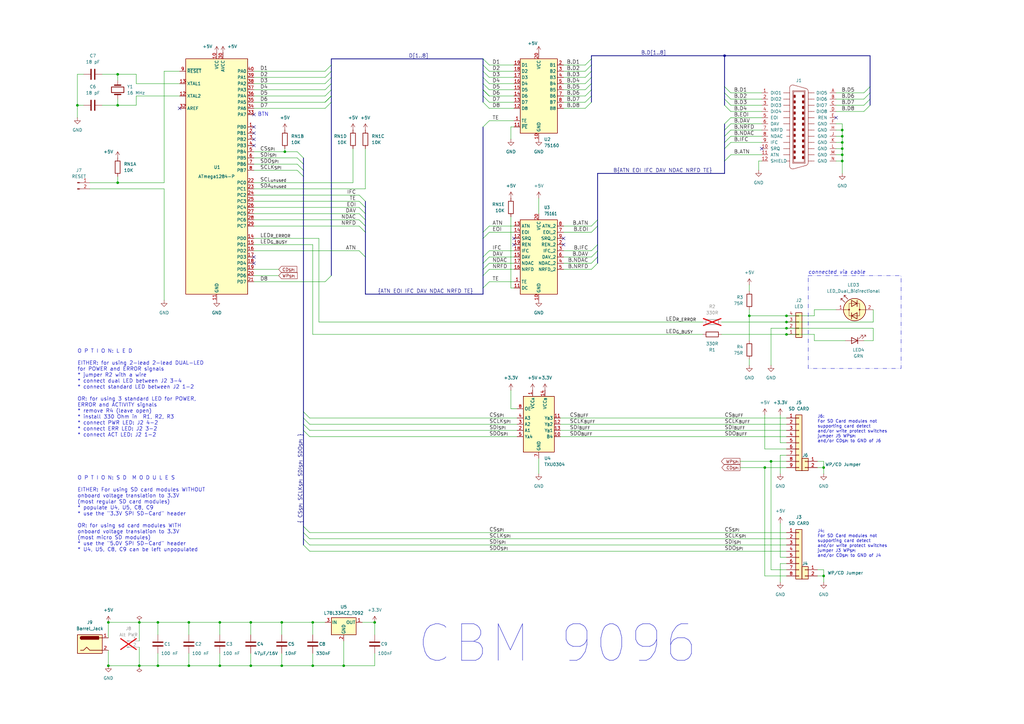
<source format=kicad_sch>
(kicad_sch (version 20250114) (generator "eeschema") (generator_version "9.0")
  (paper "A3")
  (title_block (title "CBM D9096") (date "2025-02-07") (rev "1.1.0") (comment 1 "based on work by Nils Eilers and Steve J. Gray") (comment 2 "creativecommons.org/licenses/by-sa/4.0/") (comment 3 "License: CC BY-SA 4.0") (comment 4 "Author: InsaneDruid"))
  (rectangle (start 331.47 113.03) (end 369.57 151.13) (stroke (width 0) (type dash_dot_dot)))
  (text "connected via cable" (at 331.47 111.76 0) (effects (font (size 1.524 1.524) (italic yes)) (justify left)))
  (text "J4:\nFor SD Card modules not\nsupporting card detect\nand/or write protect switches\njumper J3 WP_{SPI}\nand/or CD_{SPI} to GND of J4" (at 335.28 217.17 0) (effects (font (size 1.25 1.25)) (justify left top)))
  (text "J6:\nFor SD Card modules not\nsupporting card detect\nand/or write protect switches\njumper J5 WP_{SPI}\nand/or CD_{SPI} to GND of J6" (at 335.28 170.18 0) (effects (font (size 1.25 1.25)) (justify left top)))
  (text "O P T I O N: L E D\n\nEITHER: for using 2-lead 2-lead DUAL-LED\nfor POWER and ERROR signals\n* jumper R2 with a wire\n* connect dual LED between J2 3-4\n* connect standard LED between J2 1-2\n\nOR: for using 3 standard LED for POWER,\nERROR and ACTIVITY signals\n* remove R4 (leave open)\n* install 330 Ohm in  R1, R2, R3\n* connect PWR LED: J2 4-2 \n* connect ERR LED: J2 3-2\n* connect ACT LED: J2 1-2" (at 31.75 161.29 0) (effects (font (size 1.524 1.524)) (justify left)))
  (text "BTN" (at 107.95 46.99 0) (effects (font (size 1.524 1.524))))
  (text "O P T I O N: S D  M O D U L E S\n\nEITHER: For using SD card modules WITHOUT\nonboard voltage translation to 3.3V\n(most regular SD card modules)\n* populate U4, U5, C8, C9\n* use the \"3.3V SPI SD-Card\" header\n\nOR: for using sd card modules WITH\nonboard voltage translation to 3.3V\n(most micro SD modules)\n* use the \"5.0V SPI SD-Card\" header \n* U4, U5, C8, C9 can be left unpopulated" (at 31.75 210.82 0) (effects (font (size 1.524 1.524)) (justify left)))
  (text "CBM 9096" (at 228.6 264.16 0) (effects (font (size 15 15))))
  (junction (at 64.77 273.05))
  (junction (at 337.82 191.77))
  (junction (at 345.44 63.5))
  (junction (at 64.77 255.27))
  (junction (at 313.69 191.77))
  (junction (at 48.26 74.93))
  (junction (at 57.15 273.05))
  (junction (at 140.97 273.05))
  (junction (at 31.75 43.18))
  (junction (at 90.17 255.27))
  (junction (at 322.58 134.62))
  (junction (at 128.27 255.27))
  (junction (at 297.18 22.86))
  (junction (at 345.44 53.34))
  (junction (at 153.67 255.27))
  (junction (at 316.23 189.23))
  (junction (at 345.44 58.42))
  (junction (at 128.27 273.05))
  (junction (at 116.84 62.23))
  (junction (at 322.58 137.16))
  (junction (at 337.82 236.22))
  (junction (at 44.45 273.05))
  (junction (at 115.57 255.27))
  (junction (at 102.87 273.05))
  (junction (at 57.15 255.27))
  (junction (at 345.44 55.88))
  (junction (at 345.44 66.04))
  (junction (at 102.87 255.27))
  (junction (at 48.26 43.18))
  (junction (at 48.26 30.48))
  (junction (at 322.58 129.54))
  (junction (at 322.58 132.08))
  (junction (at 345.44 60.96))
  (junction (at 77.47 273.05))
  (junction (at 44.45 255.27))
  (junction (at 115.57 273.05))
  (junction (at 90.17 273.05))
  (junction (at 77.47 255.27))
  (junction (at 307.34 129.54))
  (no_connect (at 104.14 57.15))
  (no_connect (at 312.42 60.96))
  (no_connect (at 73.66 44.45))
  (no_connect (at 210.82 100.33))
  (no_connect (at 104.14 54.61))
  (no_connect (at 104.14 46.99))
  (no_connect (at 104.14 105.41))
  (no_connect (at 231.14 97.79))
  (no_connect (at 210.82 97.79))
  (no_connect (at 231.14 100.33))
  (no_connect (at 104.14 59.69))
  (no_connect (at 104.14 52.07))
  (no_connect (at 104.14 107.95))
  (no_connect (at 342.9 48.26))
  (bus_entry (at 124.46 171.45) (size 2.54 2.54))
  (bus_entry (at 198.12 95.25) (size 2.54 -2.54))
  (bus_entry (at 124.46 220.98) (size 2.54 2.54))
  (bus_entry (at 121.92 62.23) (size 2.54 2.54))
  (bus_entry (at 147.32 80.01) (size 2.54 2.54))
  (bus_entry (at 200.66 44.45) (size -2.54 -2.54))
  (bus_entry (at 198.12 107.95) (size 2.54 -2.54))
  (bus_entry (at 124.46 176.53) (size 2.54 2.54))
  (bus_entry (at 240.03 39.37) (size 2.54 -2.54))
  (bus_entry (at 198.12 105.41) (size 2.54 -2.54))
  (bus_entry (at 200.66 41.91) (size -2.54 -2.54))
  (bus_entry (at 133.35 39.37) (size 2.54 -2.54))
  (bus_entry (at 200.66 34.29) (size -2.54 -2.54))
  (bus_entry (at 240.03 36.83) (size 2.54 -2.54))
  (bus_entry (at 124.46 215.9) (size 2.54 2.54))
  (bus_entry (at 133.35 31.75) (size 2.54 -2.54))
  (bus_entry (at 240.03 29.21) (size 2.54 -2.54))
  (bus_entry (at 198.12 118.11) (size 2.54 -2.54))
  (bus_entry (at 297.18 66.04) (size 2.54 -2.54))
  (bus_entry (at 133.35 34.29) (size 2.54 -2.54))
  (bus_entry (at 133.35 41.91) (size 2.54 -2.54))
  (bus_entry (at 147.32 102.87) (size 2.54 2.54))
  (bus_entry (at 121.92 67.31) (size 2.54 2.54))
  (bus_entry (at 133.35 29.21) (size 2.54 -2.54))
  (bus_entry (at 200.66 26.67) (size -2.54 -2.54))
  (bus_entry (at 200.66 39.37) (size -2.54 -2.54))
  (bus_entry (at 297.18 38.1) (size 2.54 2.54))
  (bus_entry (at 198.12 97.79) (size 2.54 -2.54))
  (bus_entry (at 198.12 52.07) (size 2.54 -2.54))
  (bus_entry (at 242.57 110.49) (size 2.54 -2.54))
  (bus_entry (at 124.46 218.44) (size 2.54 2.54))
  (bus_entry (at 133.35 36.83) (size 2.54 -2.54))
  (bus_entry (at 240.03 34.29) (size 2.54 -2.54))
  (bus_entry (at 147.32 87.63) (size 2.54 2.54))
  (bus_entry (at 133.35 44.45) (size 2.54 -2.54))
  (bus_entry (at 297.18 43.18) (size 2.54 2.54))
  (bus_entry (at 297.18 53.34) (size 2.54 -2.54))
  (bus_entry (at 147.32 82.55) (size 2.54 2.54))
  (bus_entry (at 242.57 107.95) (size 2.54 -2.54))
  (bus_entry (at 240.03 31.75) (size 2.54 -2.54))
  (bus_entry (at 147.32 85.09) (size 2.54 2.54))
  (bus_entry (at 297.18 58.42) (size 2.54 -2.54))
  (bus_entry (at 147.32 90.17) (size 2.54 2.54))
  (bus_entry (at 121.92 64.77) (size 2.54 2.54))
  (bus_entry (at 297.18 40.64) (size 2.54 2.54))
  (bus_entry (at 124.46 223.52) (size 2.54 2.54))
  (bus_entry (at 354.33 43.18) (size 2.54 -2.54))
  (bus_entry (at 240.03 26.67) (size 2.54 -2.54))
  (bus_entry (at 198.12 113.03) (size 2.54 -2.54))
  (bus_entry (at 297.18 50.8) (size 2.54 -2.54))
  (bus_entry (at 242.57 102.87) (size 2.54 -2.54))
  (bus_entry (at 240.03 44.45) (size 2.54 -2.54))
  (bus_entry (at 297.18 35.56) (size 2.54 2.54))
  (bus_entry (at 121.92 69.85) (size 2.54 2.54))
  (bus_entry (at 200.66 36.83) (size -2.54 -2.54))
  (bus_entry (at 297.18 60.96) (size 2.54 -2.54))
  (bus_entry (at 200.66 31.75) (size -2.54 -2.54))
  (bus_entry (at 354.33 38.1) (size 2.54 -2.54))
  (bus_entry (at 242.57 92.71) (size 2.54 -2.54))
  (bus_entry (at 147.32 92.71) (size 2.54 2.54))
  (bus_entry (at 354.33 40.64) (size 2.54 -2.54))
  (bus_entry (at 242.57 95.25) (size 2.54 -2.54))
  (bus_entry (at 297.18 55.88) (size 2.54 -2.54))
  (bus_entry (at 133.35 41.91) (size 2.54 -2.54))
  (bus_entry (at 124.46 168.91) (size 2.54 2.54))
  (bus_entry (at 200.66 29.21) (size -2.54 -2.54))
  (bus_entry (at 133.35 115.57) (size 2.54 -2.54))
  (bus_entry (at 354.33 45.72) (size 2.54 -2.54))
  (bus_entry (at 124.46 173.99) (size 2.54 2.54))
  (bus_entry (at 240.03 41.91) (size 2.54 -2.54))
  (bus_entry (at 242.57 105.41) (size 2.54 -2.54))
  (bus_entry (at 200.66 39.37) (size -2.54 -2.54))
  (bus_entry (at 198.12 110.49) (size 2.54 -2.54))
  (wire (pts (xy 342.9 63.5) (xy 345.44 63.5)))
  (wire (pts (xy 104.14 41.91) (xy 133.35 41.91)))
  (wire (pts (xy 104.14 29.21) (xy 133.35 29.21)))
  (wire (pts (xy 128.27 137.16) (xy 288.29 137.16)))
  (wire (pts (xy 31.75 30.48) (xy 34.29 30.48)))
  (wire (pts (xy 316.23 134.62) (xy 316.23 149.86)))
  (bus (pts (xy 124.46 69.85) (xy 124.46 72.39)))
  (wire (pts (xy 313.69 236.22) (xy 322.58 236.22)))
  (wire (pts (xy 48.26 30.48) (xy 55.88 30.48)))
  (wire (pts (xy 358.14 134.62) (xy 358.14 139.7)))
  (bus (pts (xy 297.18 22.86) (xy 297.18 35.56)))
  (wire (pts (xy 77.47 273.05) (xy 90.17 273.05)))
  (bus (pts (xy 135.89 26.67) (xy 135.89 29.21)))
  (wire (pts (xy 104.14 74.93) (xy 144.78 74.93)))
  (wire (pts (xy 231.14 107.95) (xy 242.57 107.95)))
  (wire (pts (xy 342.9 58.42) (xy 345.44 58.42)))
  (bus (pts (xy 198.12 97.79) (xy 198.12 105.41)))
  (wire (pts (xy 104.14 92.71) (xy 147.32 92.71)))
  (wire (pts (xy 220.98 81.28) (xy 220.98 87.63)))
  (wire (pts (xy 67.31 74.93) (xy 67.31 29.21)))
  (wire (pts (xy 44.45 255.27) (xy 57.15 255.27)))
  (wire (pts (xy 104.14 80.01) (xy 147.32 80.01)))
  (wire (pts (xy 128.27 255.27) (xy 128.27 260.35)))
  (bus (pts (xy 149.86 90.17) (xy 149.86 92.71)))
  (wire (pts (xy 307.34 147.32) (xy 307.34 149.86)))
  (wire (pts (xy 313.69 170.18) (xy 313.69 184.15)))
  (wire (pts (xy 229.87 171.45) (xy 322.58 171.45)))
  (wire (pts (xy 104.14 36.83) (xy 133.35 36.83)))
  (wire (pts (xy 229.87 176.53) (xy 322.58 176.53)))
  (bus (pts (xy 198.12 26.67) (xy 198.12 29.21)))
  (bus (pts (xy 356.87 35.56) (xy 356.87 38.1)))
  (wire (pts (xy 200.66 110.49) (xy 210.82 110.49)))
  (bus (pts (xy 124.46 173.99) (xy 124.46 176.53)))
  (wire (pts (xy 104.14 62.23) (xy 116.84 62.23)))
  (wire (pts (xy 104.14 97.79) (xy 130.81 97.79)))
  (wire (pts (xy 104.14 77.47) (xy 149.86 77.47)))
  (wire (pts (xy 77.47 267.97) (xy 77.47 273.05)))
  (wire (pts (xy 90.17 273.05) (xy 102.87 273.05)))
  (bus (pts (xy 242.57 31.75) (xy 242.57 29.21)))
  (wire (pts (xy 299.72 38.1) (xy 312.42 38.1)))
  (wire (pts (xy 104.14 39.37) (xy 133.35 39.37)))
  (wire (pts (xy 307.34 116.84) (xy 307.34 119.38)))
  (wire (pts (xy 299.72 55.88) (xy 312.42 55.88)))
  (bus (pts (xy 297.18 66.04) (xy 297.18 71.12)))
  (wire (pts (xy 200.66 34.29) (xy 210.82 34.29)))
  (wire (pts (xy 115.57 255.27) (xy 128.27 255.27)))
  (wire (pts (xy 342.9 66.04) (xy 345.44 66.04)))
  (wire (pts (xy 115.57 255.27) (xy 115.57 260.35)))
  (wire (pts (xy 200.66 31.75) (xy 210.82 31.75)))
  (wire (pts (xy 303.53 189.23) (xy 316.23 189.23)))
  (wire (pts (xy 209.55 52.07) (xy 209.55 57.15)))
  (wire (pts (xy 104.14 115.57) (xy 133.35 115.57)))
  (wire (pts (xy 345.44 55.88) (xy 345.44 58.42)))
  (wire (pts (xy 342.9 50.8) (xy 345.44 50.8)))
  (wire (pts (xy 44.45 273.05) (xy 57.15 273.05)))
  (wire (pts (xy 48.26 30.48) (xy 48.26 33.02)))
  (wire (pts (xy 114.3 110.49) (xy 104.14 110.49)))
  (wire (pts (xy 102.87 255.27) (xy 102.87 260.35)))
  (wire (pts (xy 128.27 100.33) (xy 128.27 137.16)))
  (bus (pts (xy 135.89 41.91) (xy 135.89 113.03)))
  (wire (pts (xy 127 226.06) (xy 322.58 226.06)))
  (bus (pts (xy 198.12 31.75) (xy 198.12 34.29)))
  (wire (pts (xy 295.91 137.16) (xy 322.58 137.16)))
  (bus (pts (xy 198.12 29.21) (xy 198.12 31.75)))
  (wire (pts (xy 299.72 58.42) (xy 312.42 58.42)))
  (bus (pts (xy 135.89 34.29) (xy 135.89 36.83)))
  (bus (pts (xy 242.57 26.67) (xy 242.57 24.13)))
  (wire (pts (xy 64.77 255.27) (xy 64.77 260.35)))
  (bus (pts (xy 245.11 105.41) (xy 245.11 107.95)))
  (wire (pts (xy 231.14 105.41) (xy 242.57 105.41)))
  (bus (pts (xy 242.57 41.91) (xy 242.57 39.37)))
  (wire (pts (xy 104.14 85.09) (xy 147.32 85.09)))
  (bus (pts (xy 135.89 31.75) (xy 135.89 34.29)))
  (wire (pts (xy 345.44 50.8) (xy 345.44 53.34)))
  (wire (pts (xy 153.67 273.05) (xy 140.97 273.05)))
  (wire (pts (xy 322.58 181.61) (xy 320.04 181.61)))
  (wire (pts (xy 299.72 43.18) (xy 312.42 43.18)))
  (wire (pts (xy 307.34 139.7) (xy 307.34 129.54)))
  (wire (pts (xy 41.91 43.18) (xy 48.26 43.18)))
  (wire (pts (xy 200.66 41.91) (xy 210.82 41.91)))
  (wire (pts (xy 104.14 64.77) (xy 121.92 64.77)))
  (wire (pts (xy 67.31 77.47) (xy 36.83 77.47)))
  (wire (pts (xy 148.59 255.27) (xy 153.67 255.27)))
  (wire (pts (xy 90.17 255.27) (xy 102.87 255.27)))
  (wire (pts (xy 200.66 44.45) (xy 210.82 44.45)))
  (wire (pts (xy 337.82 233.68) (xy 337.82 236.22)))
  (wire (pts (xy 48.26 72.39) (xy 48.26 74.93)))
  (bus (pts (xy 297.18 38.1) (xy 297.18 40.64)))
  (wire (pts (xy 240.03 31.75) (xy 231.14 31.75)))
  (wire (pts (xy 127 176.53) (xy 212.09 176.53)))
  (wire (pts (xy 104.14 90.17) (xy 147.32 90.17)))
  (wire (pts (xy 55.88 34.29) (xy 73.66 34.29)))
  (wire (pts (xy 116.84 62.23) (xy 121.92 62.23)))
  (wire (pts (xy 307.34 129.54) (xy 307.34 127)))
  (bus (pts (xy 124.46 220.98) (xy 124.46 223.52)))
  (bus (pts (xy 198.12 34.29) (xy 198.12 36.83)))
  (wire (pts (xy 316.23 189.23) (xy 322.58 189.23)))
  (wire (pts (xy 240.03 39.37) (xy 231.14 39.37)))
  (bus (pts (xy 198.12 120.65) (xy 198.12 118.11)))
  (bus (pts (xy 149.86 85.09) (xy 149.86 82.55)))
  (wire (pts (xy 320.04 170.18) (xy 320.04 181.61)))
  (wire (pts (xy 128.27 267.97) (xy 128.27 273.05)))
  (wire (pts (xy 77.47 255.27) (xy 77.47 260.35)))
  (bus (pts (xy 124.46 67.31) (xy 124.46 69.85)))
  (bus (pts (xy 198.12 39.37) (xy 198.12 41.91)))
  (bus (pts (xy 242.57 34.29) (xy 242.57 31.75)))
  (wire (pts (xy 345.44 58.42) (xy 345.44 60.96)))
  (wire (pts (xy 345.44 60.96) (xy 345.44 63.5)))
  (wire (pts (xy 153.67 267.97) (xy 153.67 273.05)))
  (wire (pts (xy 311.15 66.04) (xy 311.15 69.85)))
  (wire (pts (xy 342.9 40.64) (xy 354.33 40.64)))
  (bus (pts (xy 135.89 29.21) (xy 135.89 31.75)))
  (wire (pts (xy 316.23 233.68) (xy 322.58 233.68)))
  (wire (pts (xy 104.14 87.63) (xy 147.32 87.63)))
  (wire (pts (xy 335.28 233.68) (xy 337.82 233.68)))
  (bus (pts (xy 297.18 55.88) (xy 297.18 58.42)))
  (wire (pts (xy 303.53 191.77) (xy 313.69 191.77)))
  (bus (pts (xy 198.12 110.49) (xy 198.12 113.03)))
  (bus (pts (xy 245.11 100.33) (xy 245.11 102.87)))
  (bus (pts (xy 135.89 24.13) (xy 135.89 26.67)))
  (wire (pts (xy 313.69 184.15) (xy 322.58 184.15)))
  (bus (pts (xy 245.11 90.17) (xy 245.11 92.71)))
  (bus (pts (xy 242.57 24.13) (xy 242.57 22.86)))
  (wire (pts (xy 48.26 74.93) (xy 36.83 74.93)))
  (wire (pts (xy 200.66 107.95) (xy 210.82 107.95)))
  (wire (pts (xy 102.87 255.27) (xy 115.57 255.27)))
  (wire (pts (xy 127 173.99) (xy 212.09 173.99)))
  (wire (pts (xy 200.66 26.67) (xy 210.82 26.67)))
  (bus (pts (xy 124.46 176.53) (xy 124.46 215.9)))
  (wire (pts (xy 31.75 30.48) (xy 31.75 43.18)))
  (wire (pts (xy 220.98 194.31) (xy 220.98 187.96)))
  (wire (pts (xy 127 179.07) (xy 212.09 179.07)))
  (wire (pts (xy 295.91 132.08) (xy 322.58 132.08)))
  (bus (pts (xy 124.46 72.39) (xy 124.46 168.91)))
  (wire (pts (xy 104.14 113.03) (xy 114.3 113.03)))
  (bus (pts (xy 297.18 58.42) (xy 297.18 60.96)))
  (bus (pts (xy 135.89 39.37) (xy 135.89 41.91)))
  (wire (pts (xy 31.75 43.18) (xy 34.29 43.18)))
  (wire (pts (xy 322.58 134.62) (xy 358.14 134.62)))
  (wire (pts (xy 334.01 127) (xy 334.01 129.54)))
  (wire (pts (xy 115.57 267.97) (xy 115.57 273.05)))
  (wire (pts (xy 240.03 34.29) (xy 231.14 34.29)))
  (wire (pts (xy 77.47 255.27) (xy 90.17 255.27)))
  (wire (pts (xy 31.75 43.18) (xy 31.75 48.26)))
  (wire (pts (xy 345.44 53.34) (xy 345.44 55.88)))
  (bus (pts (xy 198.12 107.95) (xy 198.12 105.41)))
  (wire (pts (xy 320.04 214.63) (xy 320.04 228.6)))
  (wire (pts (xy 67.31 29.21) (xy 73.66 29.21)))
  (wire (pts (xy 342.9 38.1) (xy 354.33 38.1)))
  (wire (pts (xy 299.72 48.26) (xy 312.42 48.26)))
  (wire (pts (xy 209.55 118.11) (xy 210.82 118.11)))
  (wire (pts (xy 313.69 191.77) (xy 322.58 191.77)))
  (bus (pts (xy 198.12 97.79) (xy 198.12 95.25)))
  (wire (pts (xy 200.66 95.25) (xy 210.82 95.25)))
  (wire (pts (xy 57.15 255.27) (xy 57.15 262.89)))
  (wire (pts (xy 358.14 139.7) (xy 354.33 139.7)))
  (wire (pts (xy 342.9 43.18) (xy 354.33 43.18)))
  (bus (pts (xy 297.18 22.86) (xy 356.87 22.86)))
  (wire (pts (xy 337.82 191.77) (xy 335.28 191.77)))
  (wire (pts (xy 55.88 43.18) (xy 55.88 39.37)))
  (wire (pts (xy 337.82 236.22) (xy 337.82 238.76)))
  (wire (pts (xy 342.9 45.72) (xy 354.33 45.72)))
  (wire (pts (xy 313.69 191.77) (xy 313.69 236.22)))
  (wire (pts (xy 140.97 273.05) (xy 128.27 273.05)))
  (wire (pts (xy 316.23 134.62) (xy 322.58 134.62)))
  (wire (pts (xy 209.55 160.02) (xy 209.55 167.64)))
  (wire (pts (xy 342.9 53.34) (xy 345.44 53.34)))
  (wire (pts (xy 229.87 179.07) (xy 322.58 179.07)))
  (wire (pts (xy 104.14 102.87) (xy 147.32 102.87)))
  (wire (pts (xy 44.45 261.62) (xy 44.45 255.27)))
  (wire (pts (xy 102.87 267.97) (xy 102.87 273.05)))
  (bus (pts (xy 245.11 92.71) (xy 245.11 100.33)))
  (wire (pts (xy 104.14 67.31) (xy 121.92 67.31)))
  (wire (pts (xy 320.04 238.76) (xy 320.04 231.14)))
  (wire (pts (xy 240.03 29.21) (xy 231.14 29.21)))
  (wire (pts (xy 345.44 66.04) (xy 345.44 71.12)))
  (bus (pts (xy 245.11 71.12) (xy 297.18 71.12)))
  (wire (pts (xy 337.82 189.23) (xy 337.82 191.77)))
  (wire (pts (xy 322.58 137.16) (xy 334.01 137.16)))
  (wire (pts (xy 320.04 186.69) (xy 322.58 186.69)))
  (bus (pts (xy 297.18 40.64) (xy 297.18 43.18)))
  (bus (pts (xy 297.18 35.56) (xy 297.18 38.1)))
  (wire (pts (xy 144.78 60.96) (xy 144.78 74.93)))
  (bus (pts (xy 198.12 36.83) (xy 198.12 39.37)))
  (wire (pts (xy 345.44 63.5) (xy 345.44 66.04)))
  (wire (pts (xy 57.15 265.43) (xy 57.15 273.05)))
  (wire (pts (xy 322.58 132.08) (xy 358.14 132.08)))
  (wire (pts (xy 200.66 29.21) (xy 210.82 29.21)))
  (bus (pts (xy 149.86 120.65) (xy 198.12 120.65)))
  (wire (pts (xy 240.03 41.91) (xy 231.14 41.91)))
  (wire (pts (xy 342.9 55.88) (xy 345.44 55.88)))
  (wire (pts (xy 334.01 139.7) (xy 346.71 139.7)))
  (wire (pts (xy 104.14 69.85) (xy 121.92 69.85)))
  (wire (pts (xy 127 220.98) (xy 322.58 220.98)))
  (wire (pts (xy 335.28 189.23) (xy 337.82 189.23)))
  (wire (pts (xy 104.14 44.45) (xy 133.35 44.45)))
  (wire (pts (xy 55.88 43.18) (xy 48.26 43.18)))
  (wire (pts (xy 358.14 132.08) (xy 358.14 127)))
  (wire (pts (xy 44.45 266.7) (xy 44.45 273.05)))
  (wire (pts (xy 64.77 267.97) (xy 64.77 273.05)))
  (wire (pts (xy 231.14 95.25) (xy 242.57 95.25)))
  (bus (pts (xy 242.57 29.21) (xy 242.57 26.67)))
  (wire (pts (xy 209.55 167.64) (xy 212.09 167.64)))
  (wire (pts (xy 128.27 273.05) (xy 115.57 273.05)))
  (wire (pts (xy 48.26 74.93) (xy 67.31 74.93)))
  (bus (pts (xy 245.11 90.17) (xy 245.11 71.12)))
  (wire (pts (xy 200.66 92.71) (xy 210.82 92.71)))
  (wire (pts (xy 320.04 194.31) (xy 320.04 186.69)))
  (wire (pts (xy 128.27 255.27) (xy 133.35 255.27)))
  (wire (pts (xy 104.14 82.55) (xy 147.32 82.55)))
  (wire (pts (xy 127 171.45) (xy 212.09 171.45)))
  (bus (pts (xy 245.11 102.87) (xy 245.11 105.41)))
  (wire (pts (xy 240.03 44.45) (xy 231.14 44.45)))
  (wire (pts (xy 209.55 52.07) (xy 210.82 52.07)))
  (wire (pts (xy 102.87 273.05) (xy 115.57 273.05)))
  (wire (pts (xy 334.01 127) (xy 342.9 127)))
  (bus (pts (xy 124.46 168.91) (xy 124.46 171.45)))
  (wire (pts (xy 57.15 255.27) (xy 64.77 255.27)))
  (wire (pts (xy 57.15 273.05) (xy 64.77 273.05)))
  (wire (pts (xy 90.17 255.27) (xy 90.17 260.35)))
  (wire (pts (xy 149.86 60.96) (xy 149.86 77.47)))
  (bus (pts (xy 242.57 22.86) (xy 297.18 22.86)))
  (wire (pts (xy 240.03 36.83) (xy 231.14 36.83)))
  (wire (pts (xy 116.84 60.96) (xy 116.84 62.23)))
  (wire (pts (xy 41.91 30.48) (xy 48.26 30.48)))
  (wire (pts (xy 299.72 40.64) (xy 312.42 40.64)))
  (wire (pts (xy 130.81 132.08) (xy 288.29 132.08)))
  (bus (pts (xy 198.12 118.11) (xy 198.12 113.03)))
  (bus (pts (xy 124.46 218.44) (xy 124.46 220.98)))
  (wire (pts (xy 311.15 66.04) (xy 312.42 66.04)))
  (bus (pts (xy 135.89 24.13) (xy 198.12 24.13)))
  (wire (pts (xy 200.66 115.57) (xy 210.82 115.57)))
  (wire (pts (xy 320.04 231.14) (xy 322.58 231.14)))
  (bus (pts (xy 124.46 215.9) (xy 124.46 218.44)))
  (wire (pts (xy 299.72 50.8) (xy 312.42 50.8)))
  (bus (pts (xy 149.86 95.25) (xy 149.86 105.41)))
  (wire (pts (xy 200.66 49.53) (xy 210.82 49.53)))
  (wire (pts (xy 229.87 173.99) (xy 322.58 173.99)))
  (bus (pts (xy 356.87 38.1) (xy 356.87 40.64)))
  (wire (pts (xy 320.04 228.6) (xy 322.58 228.6)))
  (wire (pts (xy 127 223.52) (xy 322.58 223.52)))
  (bus (pts (xy 297.18 60.96) (xy 297.18 66.04)))
  (wire (pts (xy 337.82 236.22) (xy 335.28 236.22)))
  (wire (pts (xy 322.58 129.54) (xy 334.01 129.54)))
  (bus (pts (xy 198.12 107.95) (xy 198.12 110.49)))
  (wire (pts (xy 342.9 60.96) (xy 345.44 60.96)))
  (wire (pts (xy 104.14 34.29) (xy 133.35 34.29)))
  (wire (pts (xy 231.14 102.87) (xy 242.57 102.87)))
  (wire (pts (xy 299.72 45.72) (xy 312.42 45.72)))
  (wire (pts (xy 104.14 31.75) (xy 133.35 31.75)))
  (bus (pts (xy 198.12 24.13) (xy 198.12 26.67)))
  (bus (pts (xy 297.18 53.34) (xy 297.18 55.88)))
  (wire (pts (xy 64.77 273.05) (xy 77.47 273.05)))
  (wire (pts (xy 67.31 123.19) (xy 67.31 77.47)))
  (bus (pts (xy 356.87 22.86) (xy 356.87 35.56)))
  (bus (pts (xy 149.86 92.71) (xy 149.86 95.25)))
  (wire (pts (xy 140.97 262.89) (xy 140.97 273.05)))
  (wire (pts (xy 200.66 102.87) (xy 210.82 102.87)))
  (wire (pts (xy 231.14 92.71) (xy 242.57 92.71)))
  (wire (pts (xy 209.55 118.11) (xy 209.55 88.9)))
  (wire (pts (xy 127 218.44) (xy 322.58 218.44)))
  (bus (pts (xy 242.57 39.37) (xy 242.57 36.83)))
  (wire (pts (xy 316.23 189.23) (xy 316.23 233.68)))
  (bus (pts (xy 198.12 52.07) (xy 198.12 95.25)))
  (wire (pts (xy 200.66 105.41) (xy 210.82 105.41)))
  (wire (pts (xy 104.14 100.33) (xy 128.27 100.33)))
  (wire (pts (xy 48.26 43.18) (xy 48.26 40.64)))
  (bus (pts (xy 135.89 36.83) (xy 135.89 39.37)))
  (wire (pts (xy 334.01 139.7) (xy 334.01 137.16)))
  (bus (pts (xy 297.18 50.8) (xy 297.18 53.34)))
  (bus (pts (xy 149.86 90.17) (xy 149.86 87.63)))
  (bus (pts (xy 149.86 105.41) (xy 149.86 120.65)))
  (wire (pts (xy 200.66 36.83) (xy 210.82 36.83)))
  (wire (pts (xy 64.77 255.27) (xy 77.47 255.27)))
  (wire (pts (xy 299.72 53.34) (xy 312.42 53.34)))
  (wire (pts (xy 55.88 39.37) (xy 73.66 39.37)))
  (bus (pts (xy 356.87 40.64) (xy 356.87 43.18)))
  (bus (pts (xy 242.57 36.83) (xy 242.57 34.29)))
  (wire (pts (xy 90.17 267.97) (xy 90.17 273.05)))
  (wire (pts (xy 231.14 110.49) (xy 242.57 110.49)))
  (wire (pts (xy 153.67 255.27) (xy 153.67 260.35)))
  (wire (pts (xy 337.82 191.77) (xy 337.82 194.31)))
  (wire (pts (xy 55.88 30.48) (xy 55.88 34.29)))
  (wire (pts (xy 240.03 26.67) (xy 231.14 26.67)))
  (wire (pts (xy 200.66 39.37) (xy 210.82 39.37)))
  (wire (pts (xy 307.34 129.54) (xy 322.58 129.54)))
  (wire (pts (xy 299.72 63.5) (xy 312.42 63.5)))
  (bus (pts (xy 124.46 171.45) (xy 124.46 173.99)))
  (bus (pts (xy 149.86 87.63) (xy 149.86 85.09)))
  (wire (pts (xy 130.81 132.08) (xy 130.81 97.79)))
  (bus (pts (xy 124.46 64.77) (xy 124.46 67.31)))
  (label "SDI_{BUFF}" (at 233.68 176.53 0) (effects (font (size 1.524 1.524))))
  (label "B.DAV" (at 241.3 105.41 180) (effects (font (size 1.524 1.524))))
  (label "D1" (at 106.68 29.21 0) (effects (font (size 1.524 1.524))))
  (label "NDAC" (at 146.05 90.17 180) (effects (font (size 1.524 1.524))))
  (label "D7" (at 201.93 41.91 0) (effects (font (size 1.524 1.524))))
  (label "TE" (at 146.05 82.55 180) (effects (font (size 1.524 1.524))))
  (label "B.D7" (at 232.41 41.91 0) (effects (font (size 1.524 1.524))))
  (label "TE" (at 201.93 49.53 0) (effects (font (size 1.524 1.524))))
  (label "B.D6" (at 232.41 39.37 0) (effects (font (size 1.524 1.524))))
  (label "D6" (at 106.68 41.91 0) (effects (font (size 1.524 1.524))))
  (label "B.NRFD" (at 300.99 53.34 0) (effects (font (size 1.524 1.524))))
  (label "D3" (at 106.68 34.29 0) (effects (font (size 1.524 1.524))))
  (label "B.NDAC" (at 241.3 107.95 180) (effects (font (size 1.524 1.524))))
  (label "CS_{BUFF}" (at 297.18 171.45 0) (effects (font (size 1.524 1.524))))
  (label "D7" (at 106.68 44.45 0) (effects (font (size 1.524 1.524))))
  (label "D8" (at 106.68 115.57 0) (effects (font (size 1.524 1.524))))
  (label "D2" (at 106.68 31.75 0) (effects (font (size 1.524 1.524))))
  (label "LED_{G_BUSY}" (at 106.68 100.33 0) (effects (font (size 1.524 1.524))))
  (label "D4" (at 106.68 36.83 0) (effects (font (size 1.524 1.524))))
  (label "SDA_{unused}" (at 106.68 77.47 0) (effects (font (size 1.524 1.524))))
  (label "D3" (at 201.93 31.75 0) (effects (font (size 1.524 1.524))))
  (label "SDO_{SPI}" (at 297.18 226.06 0) (effects (font (size 1.524 1.524))))
  (label "SDI_{SPI}" (at 200.66 176.53 0) (effects (font (size 1.524 1.524))))
  (label "B.IFC" (at 300.99 58.42 0) (effects (font (size 1.524 1.524))))
  (label "D[1..8]" (at 167.64 24.13 0) (effects (font (size 1.524 1.524))))
  (label "NRFD" (at 201.93 110.49 0) (effects (font (size 1.524 1.524))))
  (label "B.D8" (at 232.41 44.45 0) (effects (font (size 1.524 1.524))))
  (label "IFC" (at 146.05 80.01 180) (effects (font (size 1.524 1.524))))
  (label "TE" (at 201.93 115.57 0) (effects (font (size 1.524 1.524))))
  (label "DAV" (at 146.05 87.63 180) (effects (font (size 1.524 1.524))))
  (label "B.D1" (at 300.99 38.1 0) (effects (font (size 1.524 1.524))))
  (label "SDI_{BUFF}" (at 297.18 176.53 0) (effects (font (size 1.524 1.524))))
  (label "CS_{BUFF}" (at 233.68 171.45 0) (effects (font (size 1.524 1.524))))
  (label "B.D2" (at 232.41 29.21 0) (effects (font (size 1.524 1.524))))
  (label "D8" (at 201.93 44.45 0) (effects (font (size 1.524 1.524))))
  (label "{ CS_{SPI} SCLK_{SPI} SDI_{SPI} SDO_{SPI} }" (at 124.46 214.63 90) (effects (font (size 1.524 1.524))))
  (label "SCLK_{SPI}" (at 200.66 173.99 0) (effects (font (size 1.524 1.524))))
  (label "B.ATN" (at 300.99 63.5 0) (effects (font (size 1.524 1.524))))
  (label "SDI_{SPI}" (at 106.68 64.77 0) (effects (font (size 1.524 1.524))))
  (label "SDO_{SPI}" (at 200.66 179.07 0) (effects (font (size 1.524 1.524))))
  (label "SDO_{SPI}" (at 200.66 226.06 0) (effects (font (size 1.524 1.524))))
  (label "SDI_{SPI}" (at 200.66 223.52 0) (effects (font (size 1.524 1.524))))
  (label "LED_{G_BUSY}" (at 273.05 137.16 0) (effects (font (size 1.524 1.524))))
  (label "CS_{SPI}" (at 106.68 62.23 0) (effects (font (size 1.524 1.524))))
  (label "NDAC" (at 201.93 107.95 0) (effects (font (size 1.524 1.524))))
  (label "B.D4" (at 300.99 45.72 0) (effects (font (size 1.524 1.524))))
  (label "SCLK_{BUFF}" (at 233.68 173.99 0) (effects (font (size 1.524 1.524))))
  (label "B.EOI" (at 241.3 95.25 180) (effects (font (size 1.524 1.524))))
  (label "CS_{SPI}" (at 297.18 218.44 0) (effects (font (size 1.524 1.524))))
  (label "D5" (at 106.68 39.37 0) (effects (font (size 1.524 1.524))))
  (label "B.D8" (at 350.52 45.72 180) (effects (font (size 1.524 1.524))))
  (label "CS_{SPI}" (at 200.66 171.45 0) (effects (font (size 1.524 1.524))))
  (label "SDO_{SPI}" (at 106.68 67.31 0) (effects (font (size 1.524 1.524))))
  (label "B.NDAC" (at 300.99 55.88 0) (effects (font (size 1.524 1.524))))
  (label "B{ATN EOI IFC DAV NDAC NRFD TE}" (at 251.46 71.12 0) (effects (font (size 1.524 1.524))))
  (label "B.D5" (at 232.41 36.83 0) (effects (font (size 1.524 1.524))))
  (label "D4" (at 201.93 34.29 0) (effects (font (size 1.524 1.524))))
  (label "D6" (at 201.93 39.37 0) (effects (font (size 1.524 1.524))))
  (label "B.D6" (at 350.52 40.64 180) (effects (font (size 1.524 1.524))))
  (label "B.DAV" (at 300.99 50.8 0) (effects (font (size 1.524 1.524))))
  (label "{ATN EOI IFC DAV NDAC NRFD TE}" (at 154.94 120.65 0) (effects (font (size 1.524 1.524))))
  (label "SDO_{BUFF}" (at 233.68 179.07 0) (effects (font (size 1.524 1.524))))
  (label "EOI" (at 201.93 95.25 0) (effects (font (size 1.524 1.524))))
  (label "CS_{SPI}" (at 200.66 218.44 0) (effects (font (size 1.524 1.524))))
  (label "D1" (at 201.93 26.67 0) (effects (font (size 1.524 1.524))))
  (label "B.EOI" (at 300.99 48.26 0) (effects (font (size 1.524 1.524))))
  (label "IFC" (at 201.93 102.87 0) (effects (font (size 1.524 1.524))))
  (label "B.D4" (at 232.41 34.29 0) (effects (font (size 1.524 1.524))))
  (label "LED_{R_ERROR}" (at 273.05 132.08 0) (effects (font (size 1.524 1.524))))
  (label "B.D3" (at 300.99 43.18 0) (effects (font (size 1.524 1.524))))
  (label "SDI_{SPI}" (at 297.18 223.52 0) (effects (font (size 1.524 1.524))))
  (label "SCLK_{SPI}" (at 200.66 220.98 0) (effects (font (size 1.524 1.524))))
  (label "SCL_{unused}" (at 106.68 74.93 0) (effects (font (size 1.524 1.524))))
  (label "B.D3" (at 232.41 31.75 0) (effects (font (size 1.524 1.524))))
  (label "LED_{R_ERROR}" (at 106.68 97.79 0) (effects (font (size 1.524 1.524))))
  (label "B.D1" (at 232.41 26.67 0) (effects (font (size 1.524 1.524))))
  (label "B.D5" (at 350.52 38.1 180) (effects (font (size 1.524 1.524))))
  (label "ATN" (at 201.93 92.71 0) (effects (font (size 1.524 1.524))))
  (label "EOI" (at 146.05 85.09 180) (effects (font (size 1.524 1.524))))
  (label "D5" (at 201.93 36.83 0) (effects (font (size 1.524 1.524))))
  (label "B.IFC" (at 241.3 102.87 180) (effects (font (size 1.524 1.524))))
  (label "SCLK_{SPI}" (at 297.18 220.98 0) (effects (font (size 1.524 1.524))))
  (label "D2" (at 201.93 29.21 0) (effects (font (size 1.524 1.524))))
  (label "SCLK_{BUFF}" (at 297.18 173.99 0) (effects (font (size 1.524 1.524))))
  (label "B.D2" (at 300.99 40.64 0) (effects (font (size 1.524 1.524))))
  (label "B.D[1..8]" (at 262.89 22.86 0) (effects (font (size 1.524 1.524))))
  (label "B.D7" (at 350.52 43.18 180) (effects (font (size 1.524 1.524))))
  (label "SCLK_{SPI}" (at 106.68 69.85 0) (effects (font (size 1.524 1.524))))
  (label "NRFD" (at 146.05 92.71 180) (effects (font (size 1.524 1.524))))
  (label "B.NRFD" (at 241.3 110.49 180) (effects (font (size 1.524 1.524))))
  (label "DAV" (at 201.93 105.41 0) (effects (font (size 1.524 1.524))))
  (label "SDO_{BUFF}" (at 297.18 179.07 0) (effects (font (size 1.524 1.524))))
  (label "B.ATN" (at 241.3 92.71 180) (effects (font (size 1.524 1.524))))
  (label "ATN" (at 146.05 102.87 180) (effects (font (size 1.524 1.524))))
  (global_label "CD_{SPI}" (shape output) (at 303.53 191.77 180) (property "Intersheetrefs" "${INTERSHEET_REFS}" (effects (hide yes))))
  (global_label "CD_{SPI}" (shape input) (at 114.3 110.49 0) (property "Intersheetrefs" "${INTERSHEET_REFS}" (effects (hide yes))))
  (global_label "WP_{SPI}" (shape input) (at 114.3 113.03 0) (property "Intersheetrefs" "${INTERSHEET_REFS}" (effects (hide yes))))
  (global_label "WP_{SPI}" (shape output) (at 303.53 189.23 180) (property "Intersheetrefs" "${INTERSHEET_REFS}" (effects (hide yes))))
  (symbol (lib_id "Device:C") (at 77.47 264.16 180) (unit 1)
    (property "Reference" "C2" (at 80.01 264.16 0) (effects (justify right)))
    (property "Value" "100 nF" (at 78.74 267.97 0) (effects (justify right)))
    (property "Footprint" "Capacitor_THT:C_Disc_D3.8mm_W2.6mm_P2.50mm" (effects (hide yes)))
    (property "Description" "Unpolarized capacitor" (effects (hide yes)))
  )
  (symbol (lib_id "Device:C") (at 64.77 264.16 180) (unit 1)
    (property "Reference" "C1" (at 67.31 264.16 0) (effects (justify right)))
    (property "Value" "100 nF" (at 66.04 267.97 0) (effects (justify right)))
    (property "Footprint" "Capacitor_THT:C_Disc_D3.8mm_W2.6mm_P2.50mm" (effects (hide yes)))
    (property "Description" "Unpolarized capacitor" (effects (hide yes)))
  )
  (symbol (lib_id "Device:R") (at 307.34 143.51 0) (mirror x) (unit 1)
    (property "Reference" "R4" (at 304.8 142.2399 0) (effects (justify right)))
    (property "Value" "75R" (at 304.8 144.7799 0) (effects (justify right)))
    (property "Footprint" "cbm-d9096_lib_fp:R_Axial_DIN0207_L6.3mm_D2.5mm_P10.16mm_Horizontal" (effects (hide yes)))
    (property "Description" "Resistor" (effects (hide yes)))
  )
  (symbol (lib_id "Device:R") (at 292.1 137.16 90) (unit 1)
    (property "Reference" "R1" (at 292.1 143.51 90))
    (property "Value" "330R" (at 292.1 140.97 90))
    (property "Footprint" "cbm-d9096_lib_fp:R_Axial_DIN0207_L6.3mm_D2.5mm_P10.16mm_Horizontal" (effects (hide yes)))
    (property "Description" "Resistor" (effects (hide yes)))
  )
  (symbol (lib_id "Device:C") (at 102.87 264.16 0) (unit 1)
    (property "Reference" "C4" (at 105.41 264.16 0) (effects (justify left)))
    (property "Value" "47µF/16V" (at 104.14 267.97 0) (effects (justify left)))
    (property "Footprint" "Capacitor_THT:CP_Radial_D6.3mm_P2.50mm" (effects (hide yes)))
    (property "Description" "Unpolarized capacitor" (effects (hide yes)))
  )
  (symbol (lib_id "Device:R") (at 307.34 123.19 0) (mirror x) (unit 1)
    (property "Reference" "R3" (at 304.8 121.9199 0) (effects (justify right)))
    (property "Value" "75R" (at 304.8 124.4599 0) (effects (justify right)))
    (property "Footprint" "cbm-d9096_lib_fp:R_Axial_DIN0207_L6.3mm_D2.5mm_P10.16mm_Horizontal" (effects (hide yes)))
    (property "Description" "Resistor" (effects (hide yes)))
  )
  (symbol (lib_id "Connector_Generic:Conn_01x09") (at 327.66 181.61 0) (unit 1)
    (property "Reference" "J5" (at 327.66 165.1 0))
    (property "Value" "SD CARD" (at 327.66 167.64 0))
    (property "Footprint" "Connector_PinHeader_2.54mm:PinHeader_1x09_P2.54mm_Vertical" (effects (hide yes)))
    (property "Description" "Generic connector, single row, 01x09, script generated (kicad-library-utils/schlib/autogen/connector/)" (effects (hide yes)))
  )
  (symbol (lib_id "cbm-d9096_lib_sch:Conn_02x12_Top_Bottom_PET") (at 327.66 52.07 0) (unit 1)
    (property "Reference" "J1" (at 327.66 33.02 0))
    (property "Value" "IEEE488 Header" (effects (hide yes)))
    (property "Footprint" "cbm-d9096_lib_fp:centronix-24-female" (effects (hide yes)))
    (property "Description" "Generic connector, double row, 02x12, top/bottom pin numbering scheme (row 1: 1...pins_per_row, row2: pins_per_row+1 ... num_pins), script generated (kicad-library-utils/schlib/autogen/connector/)" (effects (hide yes)))
  )
  (symbol (lib_id "MCU_Microchip_ATmega:ATmega1284-P") (at 88.9 72.39 0) (unit 1)
    (property "Reference" "U1" (at 87.63 68.58 0) (effects (justify left)))
    (property "Value" "ATmega1284-P" (at 81.28 72.39 0) (effects (justify left)))
    (property "Footprint" "Package_DIP:DIP-40_W15.24mm_Socket" (effects (hide yes)))
    (property "Datasheet" "http://ww1.microchip.com/downloads/en/DeviceDoc/Atmel-8272-8-bit-AVR-microcontroller-ATmega164A_PA-324A_PA-644A_PA-1284_P_datasheet.pdf" (effects (hide yes)))
    (property "Description" "20MHz, 128kB Flash, 16kB SRAM, 4kB EEPROM, JTAG, DIP-40" (effects (hide yes)))
  )
  (symbol (lib_id "Device:Crystal") (at 48.26 36.83 90) (mirror x) (unit 1)
    (property "Reference" "Y1" (at 52.07 35.5599 90) (effects (justify right)))
    (property "Value" "16 MHz" (at 52.07 38.0999 90) (effects (justify right)))
    (property "Footprint" "Crystal:Crystal_HC49-4H_Vertical" (effects (hide yes)))
    (property "Description" "Two pin crystal" (effects (hide yes)))
  )
  (symbol (lib_id "Device:C") (at 128.27 264.16 0) (unit 1)
    (property "Reference" "C8" (at 130.81 264.16 0) (effects (justify left)))
    (property "Value" "330nF" (at 129.54 267.97 0) (effects (justify left)))
    (property "Footprint" "Capacitor_THT:C_Disc_D3.8mm_W2.6mm_P2.50mm" (effects (hide yes)))
    (property "Description" "Unpolarized capacitor" (effects (hide yes)))
  )
  (symbol (lib_id "power:GND") (at 88.9 123.19 0) (unit 1)
    (property "Reference" "#PWR026" (effects (hide yes)))
    (property "Value" "GND" (at 88.9 128.27 0))
    (property "Description" "Power symbol creates a global label with name \"GND\" , ground" (effects (hide yes)))
  )
  (symbol (lib_id "Interface:SN75160BN") (at 220.98 39.37 0) (unit 1)
    (property "Reference" "U2" (at 223.1233 57.15 0) (effects (justify left)))
    (property "Value" "75160" (at 223.1233 59.69 0) (effects (justify left)))
    (property "Footprint" "Package_DIP:DIP-20_W7.62mm_Socket" (effects (hide yes)))
    (property "Datasheet" "http://www.ti.com/lit/ds/symlink/sn75160b.pdf" (effects (hide yes)))
    (property "Description" "Octal general-purpose interface bus transceiver, DIP-20" (effects (hide yes)))
  )
  (symbol (lib_id "power:GND") (at 220.98 194.31 0) (unit 1)
    (property "Reference" "#PWR011" (effects (hide yes)))
    (property "Value" "GND" (at 220.98 199.39 0))
    (property "Description" "Power symbol creates a global label with name \"GND\" , ground" (effects (hide yes)))
  )
  (symbol (lib_id "power:+5V") (at 88.9 21.59 0) (unit 1)
    (property "Reference" "#PWR034" (effects (hide yes)))
    (property "Value" "+5V" (at 85.09 19.05 0))
    (property "Description" "Power symbol creates a global label with name \"+5V\"" (effects (hide yes)))
  )
  (symbol (lib_id "Device:R") (at 292.1 132.08 90) (mirror x) (unit 1) (in_bom no) (dnp yes)
    (property "Reference" "R2" (at 292.1 125.73 90))
    (property "Value" "330R" (at 292.1 128.27 90))
    (property "Footprint" "cbm-d9096_lib_fp:R_Axial_DIN0207_L6.3mm_D2.5mm_P10.16mm_Horizontal" (effects (hide yes)))
    (property "Description" "Resistor" (effects (hide yes)))
  )
  (symbol (lib_id "Connector:Conn_01x02_Pin") (at 31.75 74.93 0) (unit 1)
    (property "Reference" "J7" (at 32.385 69.85 0))
    (property "Value" "RESET" (at 32.385 72.39 0))
    (property "Footprint" "Connector_PinHeader_2.54mm:PinHeader_1x02_P2.54mm_Vertical" (effects (hide yes)))
    (property "Description" "Generic connector, single row, 01x02, script generated" (effects (hide yes)))
  )
  (symbol (lib_id "power:GND") (at 345.44 71.12 0) (unit 1)
    (property "Reference" "#PWR015" (effects (hide yes)))
    (property "Value" "GND" (at 345.44 76.2 0))
    (property "Description" "Power symbol creates a global label with name \"GND\" , ground" (effects (hide yes)))
  )
  (symbol (lib_id "power:PWR_FLAG") (at 57.15 273.05 180) (unit 1)
    (property "Reference" "#FLG02" (effects (hide yes)))
    (property "Value" "PWR_FLAG" (effects (hide yes)))
    (property "Description" "Special symbol for telling ERC where power comes from" (effects (hide yes)))
  )
  (symbol (lib_id "power:+5V") (at 220.98 21.59 0) (unit 1)
    (property "Reference" "#PWR05" (effects (hide yes)))
    (property "Value" "+5V" (at 218.44 17.78 0))
    (property "Description" "Power symbol creates a global label with name \"+5V\"" (effects (hide yes)))
  )
  (symbol (lib_id "power:+5V") (at 91.44 21.59 0) (unit 1)
    (property "Reference" "#PWR035" (effects (hide yes)))
    (property "Value" "+5V" (at 95.25 19.05 0))
    (property "Description" "Power symbol creates a global label with name \"+5V\"" (effects (hide yes)))
  )
  (symbol (lib_id "Device:C") (at 38.1 43.18 90) (mirror x) (unit 1)
    (property "Reference" "C6" (at 38.1 35.56 90))
    (property "Value" "18 pF" (at 38.1 38.1 90))
    (property "Footprint" "Capacitor_THT:C_Disc_D3.8mm_W2.6mm_P2.50mm" (effects (hide yes)))
    (property "Description" "Unpolarized capacitor" (effects (hide yes)))
  )
  (symbol (lib_id "power:+5V") (at 44.45 255.27 0) (unit 1)
    (property "Reference" "#PWR01" (effects (hide yes)))
    (property "Value" "+5V" (at 44.45 250.19 0))
    (property "Description" "Power symbol creates a global label with name \"+5V\"" (effects (hide yes)))
  )
  (symbol (lib_id "power:+3.3V") (at 223.52 160.02 0) (unit 1)
    (property "Reference" "#PWR019" (effects (hide yes)))
    (property "Value" "+3.3V" (at 223.52 154.94 0))
    (property "Description" "Power symbol creates a global label with name \"+3.3V\"" (effects (hide yes)))
  )
  (symbol (lib_id "power:+3.3V") (at 209.55 160.02 0) (unit 1)
    (property "Reference" "#PWR012" (effects (hide yes)))
    (property "Value" "+3.3V" (at 209.55 154.94 0))
    (property "Description" "Power symbol creates a global label with name \"+3.3V\"" (effects (hide yes)))
  )
  (symbol (lib_id "power:+5V") (at 116.84 53.34 0) (unit 1)
    (property "Reference" "#PWR036" (effects (hide yes)))
    (property "Value" "+5V" (at 116.84 48.26 0))
    (property "Description" "Power symbol creates a global label with name \"+5V\"" (effects (hide yes)))
  )
  (symbol (lib_name "R_Network05_Split_4") (lib_id "Device:R_Network05_Split") (at 48.26 68.58 0) (unit 1)
    (property "Reference" "RN1" (at 50.8 67.3099 0) (effects (justify left)))
    (property "Value" "10K" (at 50.8 69.8499 0) (effects (justify left)))
    (property "Footprint" "Resistor_THT:R_Array_SIP6" (effects (hide yes)))
    (property "Datasheet" "http://www.vishay.com/docs/31509/csc.pdf" (effects (hide yes)))
    (property "Description" "5 resistor network, star topology, bussed resistors, split" (effects (hide yes)))
  )
  (symbol (lib_id "power:+5V") (at 313.69 170.18 0) (unit 1)
    (property "Reference" "#PWR018" (effects (hide yes)))
    (property "Value" "+5V" (at 313.69 165.1 0))
    (property "Description" "Power symbol creates a global label with name \"+5V\"" (effects (hide yes)))
  )
  (symbol (lib_id "Device:C") (at 115.57 264.16 0) (unit 1)
    (property "Reference" "C5" (at 118.11 264.16 0) (effects (justify left)))
    (property "Value" "10nF" (at 116.84 267.97 0) (effects (justify left)))
    (property "Footprint" "Capacitor_THT:C_Disc_D3.8mm_W2.6mm_P2.50mm" (effects (hide yes)))
    (property "Description" "Unpolarized capacitor" (effects (hide yes)))
  )
  (symbol (lib_id "power:+5V") (at 218.44 160.02 0) (unit 1)
    (property "Reference" "#PWR017" (effects (hide yes)))
    (property "Value" "+5V" (at 218.44 154.94 0))
    (property "Description" "Power symbol creates a global label with name \"+5V\"" (effects (hide yes)))
  )
  (symbol (lib_id "power:+3.3V") (at 153.67 255.27 0) (unit 1)
    (property "Reference" "#PWR020" (effects (hide yes)))
    (property "Value" "+3.3V" (at 153.67 250.19 0))
    (property "Description" "Power symbol creates a global label with name \"+3.3V\"" (effects (hide yes)))
  )
  (symbol (lib_id "power:GND") (at 320.04 238.76 0) (unit 1)
    (property "Reference" "#PWR024" (effects (hide yes)))
    (property "Value" "GND" (at 320.04 243.84 0))
    (property "Description" "Power symbol creates a global label with name \"GND\" , ground" (effects (hide yes)))
  )
  (symbol (lib_id "Connector_Generic:Conn_01x02") (at 330.2 189.23 0) (mirror y) (unit 1)
    (property "Reference" "J6" (at 331.47 186.69 0) (effects (justify left)))
    (property "Value" "WP/CD Jumper" (at 353.06 190.5 0) (effects (justify left)))
    (property "Footprint" "cbm-d9096_lib_fp:PinHeader_1x02_P2.54mm_Vertical" (effects (hide yes)))
    (property "Description" "Generic connector, single row, 01x02, script generated (kicad-library-utils/schlib/autogen/connector/)" (effects (hide yes)))
  )
  (symbol (lib_id "power:+5V") (at 48.26 64.77 0) (unit 1)
    (property "Reference" "#PWR039" (effects (hide yes)))
    (property "Value" "+5V" (at 44.45 62.23 0))
    (property "Description" "Power symbol creates a global label with name \"+5V\"" (effects (hide yes)))
  )
  (symbol (lib_id "cbm-d9096_lib_sch:SN75161") (at 220.98 104.14 0) (unit 1)
    (property "Reference" "U3" (at 223.1741 85.09 0) (effects (font (size 1.27 1.0795)) (justify left)))
    (property "Value" "75161" (at 223.1741 87.63 0) (effects (font (size 1.27 1.0795)) (justify left)))
    (property "Footprint" "Package_DIP:DIP-20_W7.62mm_Socket" (effects (hide yes)))
    (property "Datasheet" "https://www.ti.com/lit/ds/symlink/sn75161b.pdf" (effects (hide yes)))
    (property "Description" "OCTAL GENERAL-PURPOSE INTERFACE BUS TRANSCEIVERS" (effects (hide yes)))
  )
  (symbol (lib_id "power:GND") (at 67.31 123.19 0) (unit 1)
    (property "Reference" "#PWR028" (effects (hide yes)))
    (property "Value" "GND" (at 67.31 128.27 0))
    (property "Description" "Power symbol creates a global label with name \"GND\" , ground" (effects (hide yes)))
  )
  (symbol (lib_id "power:+5V") (at 149.86 53.34 0) (unit 1)
    (property "Reference" "#PWR038" (effects (hide yes)))
    (property "Value" "+5V" (at 149.86 48.2981 0))
    (property "Description" "Power symbol creates a global label with name \"+5V\"" (effects (hide yes)))
  )
  (symbol (lib_id "power:+5V") (at 209.55 81.28 0) (unit 1)
    (property "Reference" "#PWR030" (effects (hide yes)))
    (property "Value" "+5V" (at 209.55 76.2 0))
    (property "Description" "Power symbol creates a global label with name \"+5V\"" (effects (hide yes)))
  )
  (symbol (lib_id "power:GND") (at 311.15 69.85 0) (unit 1)
    (property "Reference" "#PWR02" (effects (hide yes)))
    (property "Value" "GND" (at 311.15 74.93 0))
    (property "Description" "Power symbol creates a global label with name \"GND\" , ground" (effects (hide yes)))
  )
  (symbol (lib_id "Connector:Conn_01x02_Pin") (at 52.07 262.89 0) (unit 1) (in_bom no) (dnp yes)
    (property "Reference" "J8" (at 52.705 257.81 0))
    (property "Value" "Alt PWR" (at 52.705 260.35 0))
    (property "Footprint" "Connector_Molex:Molex_Mini-Fit_Jr_5566-02A_2x01_P4.20mm_Vertical" (effects (hide yes)))
    (property "Description" "Generic connector, single row, 01x02, script generated" (effects (hide yes)))
  )
  (symbol (lib_id "Regulator_Linear:L78L33_SOT89") (at 140.97 255.27 0) (unit 1)
    (property "Reference" "U5" (at 140.97 248.92 0))
    (property "Value" "L78L33ACZ_TO92" (at 140.97 251.46 0))
    (property "Footprint" "Package_TO_SOT_THT:TO-92L_Inline_Wide" (effects (hide yes)))
    (property "Datasheet" "http://www.st.com/content/ccc/resource/technical/document/datasheet/15/55/e5/aa/23/5b/43/fd/CD00000446.pdf/files/CD00000446.pdf/jcr:content/translations/en.CD00000446.pdf" (effects (hide yes)))
    (property "Description" "Positive 100mA 30V Linear Regulator, Fixed Output 3.3V, SOT-89" (effects (hide yes)))
  )
  (symbol (lib_id "Device:C") (at 38.1 30.48 90) (mirror x) (unit 1)
    (property "Reference" "C7" (at 38.1 22.86 90))
    (property "Value" "18 pF" (at 38.1 25.4 90))
    (property "Footprint" "Capacitor_THT:C_Disc_D3.8mm_W2.6mm_P2.50mm" (effects (hide yes)))
    (property "Description" "Unpolarized capacitor" (effects (hide yes)))
  )
  (symbol (lib_id "Connector_Generic:Conn_01x04") (at 327.66 134.62 0) (mirror x) (unit 1)
    (property "Reference" "J2" (at 327.66 123.19 0))
    (property "Value" "LED" (at 327.66 125.73 0))
    (property "Footprint" "Connector_PinHeader_2.54mm:PinHeader_1x04_P2.54mm_Vertical" (effects (hide yes)))
    (property "Description" "Generic connector, single row, 01x04, script generated (kicad-library-utils/schlib/autogen/connector/)" (effects (hide yes)))
  )
  (symbol (lib_id "power:+5V") (at 144.78 53.34 0) (unit 1)
    (property "Reference" "#PWR037" (effects (hide yes)))
    (property "Value" "+5V" (at 144.78 48.26 0))
    (property "Description" "Power symbol creates a global label with name \"+5V\"" (effects (hide yes)))
  )
  (symbol (lib_id "power:GND") (at 307.34 149.86 0) (mirror y) (unit 1)
    (property "Reference" "#PWR06" (effects (hide yes)))
    (property "Value" "GND" (at 307.34 154.94 0))
    (property "Description" "Power symbol creates a global label with name \"GND\" , ground" (effects (hide yes)))
  )
  (symbol (lib_id "power:+5V") (at 220.98 81.28 0) (unit 1)
    (property "Reference" "#PWR013" (effects (hide yes)))
    (property "Value" "+5V" (at 220.98 76.2 0))
    (property "Description" "Power symbol creates a global label with name \"+5V\"" (effects (hide yes)))
  )
  (symbol (lib_id "Connector:Barrel_Jack") (at 36.83 264.16 0) (unit 1)
    (property "Reference" "J9" (at 36.83 255.27 0))
    (property "Value" "Barrel_Jack" (at 36.83 257.81 0))
    (property "Footprint" "Connector_BarrelJack:BarrelJack_Horizontal" (effects (hide yes)))
    (property "Description" "DC Barrel Jack" (effects (hide yes)))
  )
  (symbol (lib_name "R_Network05_Split_1") (lib_id "Device:R_Network05_Split") (at 149.86 57.15 0) (unit 3)
    (property "Reference" "RN1" (at 152.4 55.8799 0) (effects (justify left)))
    (property "Value" "10K" (at 152.4 58.4199 0) (effects (justify left)))
    (property "Footprint" "Resistor_THT:R_Array_SIP6" (effects (hide yes)))
    (property "Datasheet" "http://www.vishay.com/docs/31509/csc.pdf" (effects (hide yes)))
    (property "Description" "5 resistor network, star topology, bussed resistors, split" (effects (hide yes)))
  )
  (symbol (lib_id "Device:LED") (at 350.52 139.7 180) (unit 1) (in_bom no) (on_board no)
    (property "Reference" "LED4" (at 352.1075 143.51 0))
    (property "Value" "GRN" (at 352.1075 146.05 0))
    (property "Footprint" "LED_THT:LED_D3.0mm_Clear" (effects (hide yes)))
    (property "Description" "Light emitting diode" (effects (hide yes)))
    (property "Sim.Pins" "1=K 2=A" (effects (hide yes)))
  )
  (symbol (lib_id "Device:C") (at 90.17 264.16 180) (unit 1)
    (property "Reference" "C3" (at 92.71 264.16 0) (effects (justify right)))
    (property "Value" "100 nF" (at 91.44 267.97 0) (effects (justify right)))
    (property "Footprint" "Capacitor_THT:C_Disc_D3.8mm_W2.6mm_P2.50mm" (effects (hide yes)))
    (property "Description" "Unpolarized capacitor" (effects (hide yes)))
  )
  (symbol (lib_name "R_Network05_Split_3") (lib_id "Device:R_Network05_Split") (at 116.84 57.15 0) (unit 2)
    (property "Reference" "RN1" (at 119.38 55.8799 0) (effects (justify left)))
    (property "Value" "10K" (at 119.38 58.4199 0) (effects (justify left)))
    (property "Footprint" "Resistor_THT:R_Array_SIP6" (effects (hide yes)))
    (property "Datasheet" "http://www.vishay.com/docs/31509/csc.pdf" (effects (hide yes)))
    (property "Description" "5 resistor network, star topology, bussed resistors, split" (effects (hide yes)))
  )
  (symbol (lib_id "Device:LED_Dual_Bidirectional") (at 350.52 127 0) (mirror y) (unit 1) (in_bom no) (on_board no)
    (property "Reference" "LED3" (at 350.0247 116.84 0))
    (property "Value" "LED_Dual_Bidirectional" (at 350.0247 119.38 0))
    (property "Description" "Dual LED, bidirectional" (effects (hide yes)))
  )
  (symbol (lib_id "power:GND") (at 337.82 238.76 0) (mirror y) (unit 1)
    (property "Reference" "#PWR029" (effects (hide yes)))
    (property "Value" "GND" (at 337.82 243.84 0))
    (property "Description" "Power symbol creates a global label with name \"GND\" , ground" (effects (hide yes)))
  )
  (symbol (lib_id "power:GND") (at 31.75 48.26 0) (unit 1)
    (property "Reference" "#PWR09" (effects (hide yes)))
    (property "Value" "GND" (at 31.75 53.34 0))
    (property "Description" "Power symbol creates a global label with name \"GND\" , ground" (effects (hide yes)))
  )
  (symbol (lib_id "power:GND") (at 44.45 273.05 0) (unit 1)
    (property "Reference" "#PWR03" (effects (hide yes)))
    (property "Value" "GND" (at 44.45 278.13 0))
    (property "Description" "Power symbol creates a global label with name \"GND\" , ground" (effects (hide yes)))
  )
  (symbol (lib_id "power:+5V") (at 307.34 116.84 0) (mirror y) (unit 1)
    (property "Reference" "#PWR025" (effects (hide yes)))
    (property "Value" "+5V" (at 307.34 111.76 0))
    (property "Description" "Power symbol creates a global label with name \"+5V\"" (effects (hide yes)))
  )
  (symbol (lib_id "Connector_Generic:Conn_01x08") (at 327.66 226.06 0) (unit 1)
    (property "Reference" "J3" (at 327.66 212.09 0))
    (property "Value" "SD CARD" (at 327.66 214.63 0))
    (property "Footprint" "Connector_PinHeader_2.54mm:PinHeader_1x08_P2.54mm_Vertical" (effects (hide yes)))
    (property "Description" "Generic connector, single row, 01x08, script generated (kicad-library-utils/schlib/autogen/connector/)" (effects (hide yes)))
  )
  (symbol (lib_id "power:GND") (at 220.98 123.19 0) (unit 1)
    (property "Reference" "#PWR08" (effects (hide yes)))
    (property "Value" "GND" (at 220.98 128.27 0))
    (property "Description" "Power symbol creates a global label with name \"GND\" , ground" (effects (hide yes)))
  )
  (symbol (lib_id "power:+3.3V") (at 320.04 170.18 0) (unit 1)
    (property "Reference" "#PWR021" (effects (hide yes)))
    (property "Value" "+3.3V" (at 320.04 165.1 0))
    (property "Description" "Power symbol creates a global label with name \"+3.3V\"" (effects (hide yes)))
  )
  (symbol (lib_id "cbm-d9096_lib_sch:TXU0304") (at 220.98 173.99 0) (unit 1)
    (property "Reference" "U4" (at 223.1741 187.96 0) (effects (justify left)))
    (property "Value" "TXU0304" (at 223.1741 190.5 0) (effects (justify left)))
    (property "Footprint" "Package_SO:TSSOP-14_4.4x5mm_P0.65mm" (effects (hide yes)))
    (property "Datasheet" "https://www.ti.com/lit/ds/symlink/txu0304.pdf?ts=1738833886736&ref_url=https%253A%252F%252Fwww.ti.com%252Fproduct%252FTXU0304" (effects (hide yes)))
    (property "Description" "4-Bit Fixed Direction Voltage-Level Translator with Schmitt-Trigger Inputs" (effects (hide yes)))
  )
  (symbol (lib_id "power:GND") (at 320.04 194.31 0) (unit 1)
    (property "Reference" "#PWR016" (effects (hide yes)))
    (property "Value" "GND" (at 320.04 199.39 0))
    (property "Description" "Power symbol creates a global label with name \"GND\" , ground" (effects (hide yes)))
  )
  (symbol (lib_id "Device:R_Network05_Split") (at 209.55 85.09 0) (unit 5)
    (property "Reference" "RN1" (at 207.01 83.8199 0) (effects (justify right)))
    (property "Value" "10K" (at 207.01 86.3599 0) (effects (justify right)))
    (property "Footprint" "Resistor_THT:R_Array_SIP6" (effects (hide yes)))
    (property "Datasheet" "http://www.vishay.com/docs/31509/csc.pdf" (effects (hide yes)))
    (property "Description" "5 resistor network, star topology, bussed resistors, split" (effects (hide yes)))
  )
  (symbol (lib_id "power:GND") (at 337.82 194.31 0) (mirror y) (unit 1)
    (property "Reference" "#PWR010" (effects (hide yes)))
    (property "Value" "GND" (at 337.82 199.39 0))
    (property "Description" "Power symbol creates a global label with name \"GND\" , ground" (effects (hide yes)))
  )
  (symbol (lib_id "Connector_Generic:Conn_01x02") (at 330.2 233.68 0) (mirror y) (unit 1)
    (property "Reference" "J4" (at 330.2 231.14 0))
    (property "Value" "WP/CD Jumper" (at 346.71 234.95 0))
    (property "Footprint" "cbm-d9096_lib_fp:PinHeader_1x02_P2.54mm_Vertical" (effects (hide yes)))
    (property "Description" "Generic connector, single row, 01x02, script generated (kicad-library-utils/schlib/autogen/connector/)" (effects (hide yes)))
  )
  (symbol (lib_id "power:GND") (at 316.23 149.86 0) (mirror y) (unit 1)
    (property "Reference" "#PWR04" (effects (hide yes)))
    (property "Value" "GND" (at 316.23 154.94 0))
    (property "Description" "Power symbol creates a global label with name \"GND\" , ground" (effects (hide yes)))
  )
  (symbol (lib_id "power:+5V") (at 320.04 214.63 0) (unit 1)
    (property "Reference" "#PWR022" (effects (hide yes)))
    (property "Value" "+5V" (at 320.04 209.55 0))
    (property "Description" "Power symbol creates a global label with name \"+5V\"" (effects (hide yes)))
  )
  (symbol (lib_id "power:GND") (at 209.55 57.15 0) (unit 1)
    (property "Reference" "#PWR014" (effects (hide yes)))
    (property "Value" "GND" (at 209.55 62.23 0))
    (property "Description" "Power symbol creates a global label with name \"GND\" , ground" (effects (hide yes)))
  )
  (symbol (lib_name "R_Network05_Split_2") (lib_id "Device:R_Network05_Split") (at 144.78 57.15 0) (unit 4)
    (property "Reference" "RN1" (at 142.24 55.8799 0) (effects (justify right)))
    (property "Value" "10K" (at 142.24 58.4199 0) (effects (justify right)))
    (property "Footprint" "Resistor_THT:R_Array_SIP6" (effects (hide yes)))
    (property "Datasheet" "http://www.vishay.com/docs/31509/csc.pdf" (effects (hide yes)))
    (property "Description" "5 resistor network, star topology, bussed resistors, split" (effects (hide yes)))
  )
  (symbol (lib_id "Device:C") (at 153.67 264.16 0) (unit 1)
    (property "Reference" "C9" (at 156.21 264.16 0) (effects (justify left)))
    (property "Value" "100nF" (at 154.94 267.97 0) (effects (justify left)))
    (property "Footprint" "Capacitor_THT:C_Disc_D3.8mm_W2.6mm_P2.50mm" (effects (hide yes)))
    (property "Description" "Unpolarized capacitor" (effects (hide yes)))
  )
  (symbol (lib_id "power:GND") (at 220.98 57.15 0) (unit 1)
    (property "Reference" "#PWR07" (effects (hide yes)))
    (property "Value" "GND" (at 220.98 62.23 0))
    (property "Description" "Power symbol creates a global label with name \"GND\" , ground" (effects (hide yes)))
  )
  (symbol (lib_id "power:PWR_FLAG") (at 57.15 255.27 0) (unit 1)
    (property "Reference" "#FLG01" (effects (hide yes)))
    (property "Value" "PWR_FLAG" (effects (hide yes)))
    (property "Description" "Special symbol for telling ERC where power comes from" (effects (hide yes)))
  )
)
</source>
